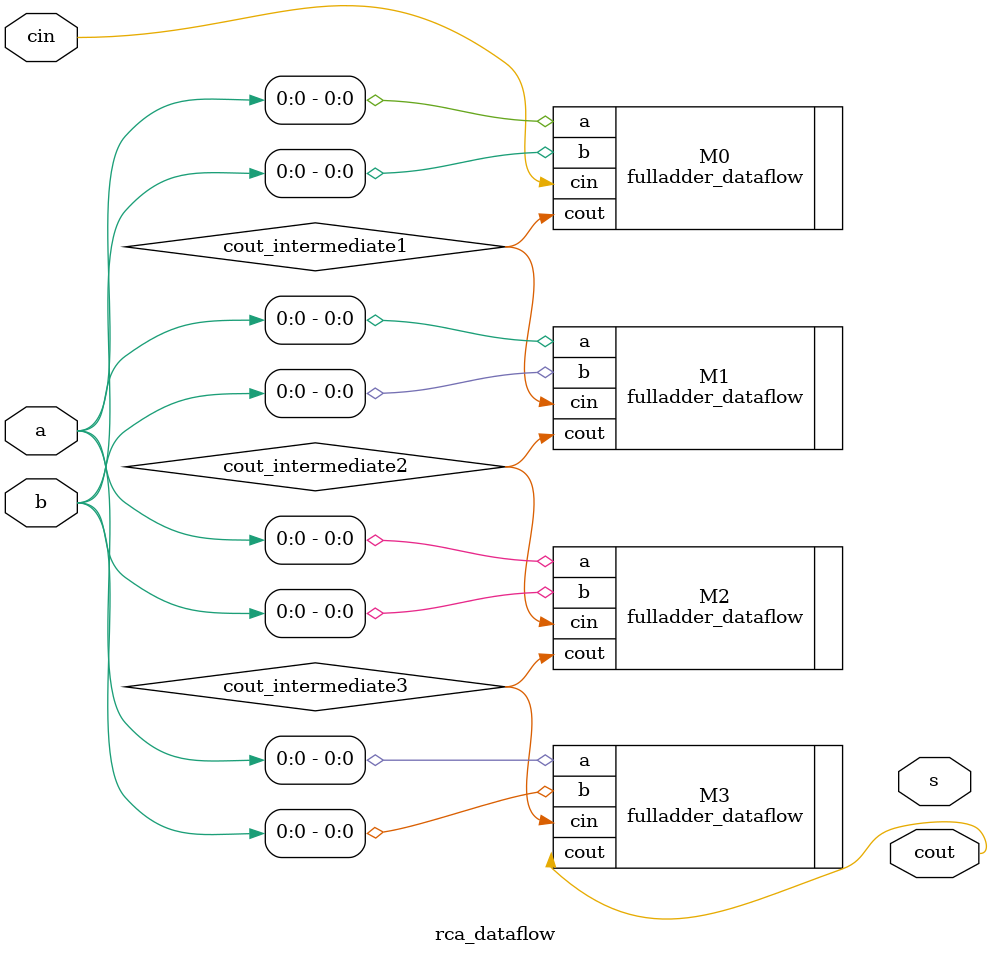
<source format=v>
`timescale 1ns / 1ps


module rca_dataflow(
    input [3:0] a,
    input [3:0] b,
    input cin,
    output cout,
    output [3:0] s
    );
    wire cout_intermediate1, cout_intermediate2, cout_intermediate3;
    fulladder_dataflow M0 (.a(a[0]), .b(b[0]), .cin(cin), .cout(cout_intermediate1));
    fulladder_dataflow M1 (.a(a[0]), .b(b[0]), .cin(cout_intermediate1), .cout(cout_intermediate2));
    fulladder_dataflow M2 (.a(a[0]), .b(b[0]), .cin(cout_intermediate2), .cout(cout_intermediate3));
    fulladder_dataflow M3 (.a(a[0]), .b(b[0]), .cin(cout_intermediate3), .cout(cout));


endmodule

</source>
